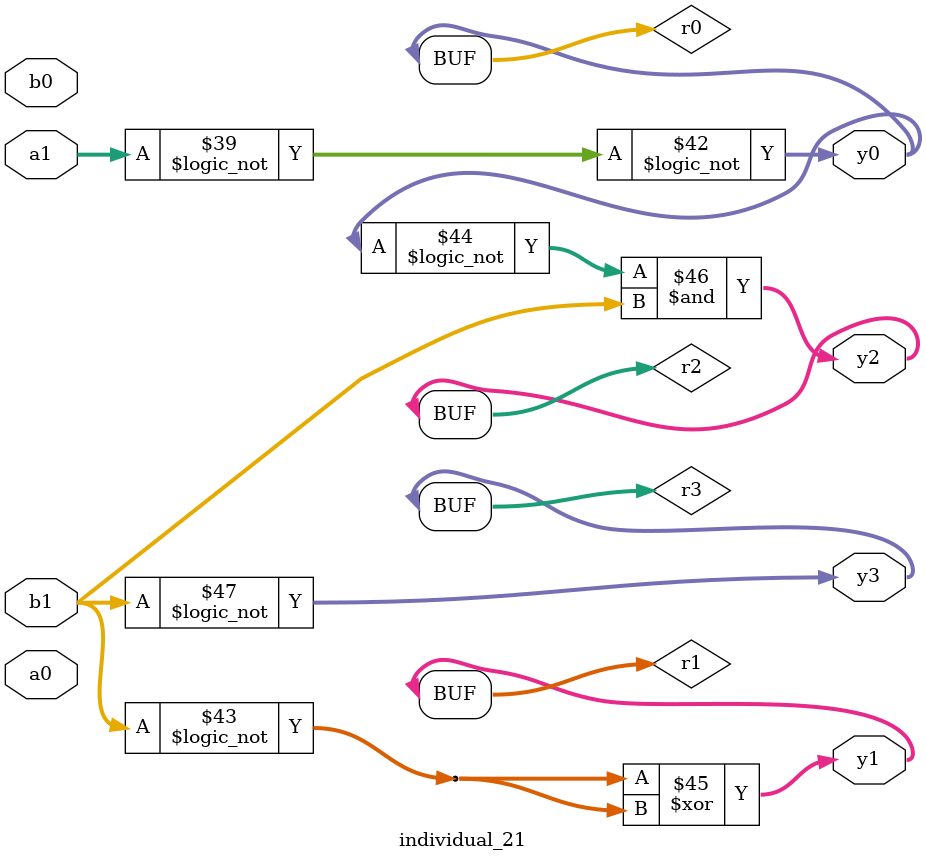
<source format=sv>
module individual_21(input logic [15:0] a1, input logic [15:0] a0, input logic [15:0] b1, input logic [15:0] b0, output logic [15:0] y3, output logic [15:0] y2, output logic [15:0] y1, output logic [15:0] y0);
logic [15:0] r0, r1, r2, r3; 
 always@(*) begin 
	 r0 = a0; r1 = a1; r2 = b0; r3 = b1; 
 	 r2  ^=  a1 ;
 	 r3  ^=  b0 ;
 	 r3 = ! r3 ;
 	 r3  ^=  b1 ;
 	 r1  &=  r1 ;
 	 r1  ^=  r0 ;
 	 r0  |=  a0 ;
 	 r1  ^=  b0 ;
 	 r0  ^=  a1 ;
 	 r0  &=  b1 ;
 	 r3 = ! a1 ;
 	 r1  ^=  a0 ;
 	 r0  ^=  r3 ;
 	 r1  &=  a1 ;
 	 r0  |=  a0 ;
 	 r3  ^=  a1 ;
 	 r1  &=  b0 ;
 	 r1  |=  a1 ;
 	 r3  &=  a0 ;
 	 r2  |=  r0 ;
 	 r2  |=  r3 ;
 	 r2  &=  r3 ;
 	 r2  &=  b0 ;
 	 r2  |=  a1 ;
 	 r0  |=  r3 ;
 	 r1  |=  a0 ;
 	 r1  ^=  b0 ;
 	 r2  ^=  r3 ;
 	 r2  &=  b1 ;
 	 r1  |=  r0 ;
 	 r1  ^=  r3 ;
 	 r2  |=  a0 ;
 	 r3  |=  r2 ;
 	 r2 = ! b1 ;
 	 r3 = ! a0 ;
 	 r0 = ! r0 ;
 	 r1  |=  a0 ;
 	 r2 = ! a1 ;
 	 r3  &=  r2 ;
 	 r3 = ! r2 ;
 	 r0 = ! r2 ;
 	 r1 = ! b1 ;
 	 r2 = ! r0 ;
 	 r1  ^=  r1 ;
 	 r2  &=  b1 ;
 	 r3 = ! b1 ;
 	 y3 = r3; y2 = r2; y1 = r1; y0 = r0; 
end
endmodule
</source>
